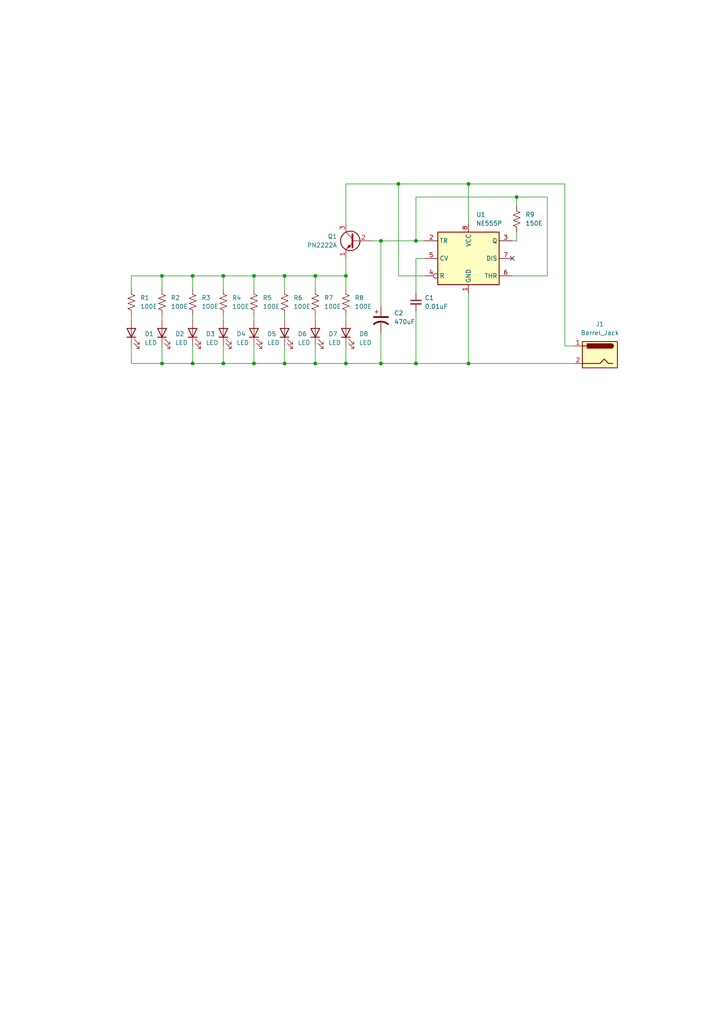
<source format=kicad_sch>
(kicad_sch (version 20230121) (generator eeschema)

  (uuid 52736958-81cb-43ac-b262-eb79bdab8aa4)

  (paper "A4" portrait)

  (title_block
    (title "Glowing Sunflower")
    (date "2023-09-20")
    (rev "1.0")
    (company "www.technomad.in")
  )

  (lib_symbols
    (symbol "Connector:Barrel_Jack" (pin_names (offset 1.016)) (in_bom yes) (on_board yes)
      (property "Reference" "J" (at 0 5.334 0)
        (effects (font (size 1.27 1.27)))
      )
      (property "Value" "Barrel_Jack" (at 0 -5.08 0)
        (effects (font (size 1.27 1.27)))
      )
      (property "Footprint" "" (at 1.27 -1.016 0)
        (effects (font (size 1.27 1.27)) hide)
      )
      (property "Datasheet" "~" (at 1.27 -1.016 0)
        (effects (font (size 1.27 1.27)) hide)
      )
      (property "ki_keywords" "DC power barrel jack connector" (at 0 0 0)
        (effects (font (size 1.27 1.27)) hide)
      )
      (property "ki_description" "DC Barrel Jack" (at 0 0 0)
        (effects (font (size 1.27 1.27)) hide)
      )
      (property "ki_fp_filters" "BarrelJack*" (at 0 0 0)
        (effects (font (size 1.27 1.27)) hide)
      )
      (symbol "Barrel_Jack_0_1"
        (rectangle (start -5.08 3.81) (end 5.08 -3.81)
          (stroke (width 0.254) (type default))
          (fill (type background))
        )
        (arc (start -3.302 3.175) (mid -3.9343 2.54) (end -3.302 1.905)
          (stroke (width 0.254) (type default))
          (fill (type none))
        )
        (arc (start -3.302 3.175) (mid -3.9343 2.54) (end -3.302 1.905)
          (stroke (width 0.254) (type default))
          (fill (type outline))
        )
        (polyline
          (pts
            (xy 5.08 2.54)
            (xy 3.81 2.54)
          )
          (stroke (width 0.254) (type default))
          (fill (type none))
        )
        (polyline
          (pts
            (xy -3.81 -2.54)
            (xy -2.54 -2.54)
            (xy -1.27 -1.27)
            (xy 0 -2.54)
            (xy 2.54 -2.54)
            (xy 5.08 -2.54)
          )
          (stroke (width 0.254) (type default))
          (fill (type none))
        )
        (rectangle (start 3.683 3.175) (end -3.302 1.905)
          (stroke (width 0.254) (type default))
          (fill (type outline))
        )
      )
      (symbol "Barrel_Jack_1_1"
        (pin passive line (at 7.62 2.54 180) (length 2.54)
          (name "~" (effects (font (size 1.27 1.27))))
          (number "1" (effects (font (size 1.27 1.27))))
        )
        (pin passive line (at 7.62 -2.54 180) (length 2.54)
          (name "~" (effects (font (size 1.27 1.27))))
          (number "2" (effects (font (size 1.27 1.27))))
        )
      )
    )
    (symbol "Device:C_Polarized_US" (pin_numbers hide) (pin_names (offset 0.254) hide) (in_bom yes) (on_board yes)
      (property "Reference" "C" (at 0.635 2.54 0)
        (effects (font (size 1.27 1.27)) (justify left))
      )
      (property "Value" "C_Polarized_US" (at 0.635 -2.54 0)
        (effects (font (size 1.27 1.27)) (justify left))
      )
      (property "Footprint" "" (at 0 0 0)
        (effects (font (size 1.27 1.27)) hide)
      )
      (property "Datasheet" "~" (at 0 0 0)
        (effects (font (size 1.27 1.27)) hide)
      )
      (property "ki_keywords" "cap capacitor" (at 0 0 0)
        (effects (font (size 1.27 1.27)) hide)
      )
      (property "ki_description" "Polarized capacitor, US symbol" (at 0 0 0)
        (effects (font (size 1.27 1.27)) hide)
      )
      (property "ki_fp_filters" "CP_*" (at 0 0 0)
        (effects (font (size 1.27 1.27)) hide)
      )
      (symbol "C_Polarized_US_0_1"
        (polyline
          (pts
            (xy -2.032 0.762)
            (xy 2.032 0.762)
          )
          (stroke (width 0.508) (type default))
          (fill (type none))
        )
        (polyline
          (pts
            (xy -1.778 2.286)
            (xy -0.762 2.286)
          )
          (stroke (width 0) (type default))
          (fill (type none))
        )
        (polyline
          (pts
            (xy -1.27 1.778)
            (xy -1.27 2.794)
          )
          (stroke (width 0) (type default))
          (fill (type none))
        )
        (arc (start 2.032 -1.27) (mid 0 -0.5572) (end -2.032 -1.27)
          (stroke (width 0.508) (type default))
          (fill (type none))
        )
      )
      (symbol "C_Polarized_US_1_1"
        (pin passive line (at 0 3.81 270) (length 2.794)
          (name "~" (effects (font (size 1.27 1.27))))
          (number "1" (effects (font (size 1.27 1.27))))
        )
        (pin passive line (at 0 -3.81 90) (length 3.302)
          (name "~" (effects (font (size 1.27 1.27))))
          (number "2" (effects (font (size 1.27 1.27))))
        )
      )
    )
    (symbol "Device:C_Small" (pin_numbers hide) (pin_names (offset 0.254) hide) (in_bom yes) (on_board yes)
      (property "Reference" "C" (at 0.254 1.778 0)
        (effects (font (size 1.27 1.27)) (justify left))
      )
      (property "Value" "C_Small" (at 0.254 -2.032 0)
        (effects (font (size 1.27 1.27)) (justify left))
      )
      (property "Footprint" "" (at 0 0 0)
        (effects (font (size 1.27 1.27)) hide)
      )
      (property "Datasheet" "~" (at 0 0 0)
        (effects (font (size 1.27 1.27)) hide)
      )
      (property "ki_keywords" "capacitor cap" (at 0 0 0)
        (effects (font (size 1.27 1.27)) hide)
      )
      (property "ki_description" "Unpolarized capacitor, small symbol" (at 0 0 0)
        (effects (font (size 1.27 1.27)) hide)
      )
      (property "ki_fp_filters" "C_*" (at 0 0 0)
        (effects (font (size 1.27 1.27)) hide)
      )
      (symbol "C_Small_0_1"
        (polyline
          (pts
            (xy -1.524 -0.508)
            (xy 1.524 -0.508)
          )
          (stroke (width 0.3302) (type default))
          (fill (type none))
        )
        (polyline
          (pts
            (xy -1.524 0.508)
            (xy 1.524 0.508)
          )
          (stroke (width 0.3048) (type default))
          (fill (type none))
        )
      )
      (symbol "C_Small_1_1"
        (pin passive line (at 0 2.54 270) (length 2.032)
          (name "~" (effects (font (size 1.27 1.27))))
          (number "1" (effects (font (size 1.27 1.27))))
        )
        (pin passive line (at 0 -2.54 90) (length 2.032)
          (name "~" (effects (font (size 1.27 1.27))))
          (number "2" (effects (font (size 1.27 1.27))))
        )
      )
    )
    (symbol "Device:LED" (pin_numbers hide) (pin_names (offset 1.016) hide) (in_bom yes) (on_board yes)
      (property "Reference" "D" (at 0 2.54 0)
        (effects (font (size 1.27 1.27)))
      )
      (property "Value" "LED" (at 0 -2.54 0)
        (effects (font (size 1.27 1.27)))
      )
      (property "Footprint" "" (at 0 0 0)
        (effects (font (size 1.27 1.27)) hide)
      )
      (property "Datasheet" "~" (at 0 0 0)
        (effects (font (size 1.27 1.27)) hide)
      )
      (property "ki_keywords" "LED diode" (at 0 0 0)
        (effects (font (size 1.27 1.27)) hide)
      )
      (property "ki_description" "Light emitting diode" (at 0 0 0)
        (effects (font (size 1.27 1.27)) hide)
      )
      (property "ki_fp_filters" "LED* LED_SMD:* LED_THT:*" (at 0 0 0)
        (effects (font (size 1.27 1.27)) hide)
      )
      (symbol "LED_0_1"
        (polyline
          (pts
            (xy -1.27 -1.27)
            (xy -1.27 1.27)
          )
          (stroke (width 0.254) (type default))
          (fill (type none))
        )
        (polyline
          (pts
            (xy -1.27 0)
            (xy 1.27 0)
          )
          (stroke (width 0) (type default))
          (fill (type none))
        )
        (polyline
          (pts
            (xy 1.27 -1.27)
            (xy 1.27 1.27)
            (xy -1.27 0)
            (xy 1.27 -1.27)
          )
          (stroke (width 0.254) (type default))
          (fill (type none))
        )
        (polyline
          (pts
            (xy -3.048 -0.762)
            (xy -4.572 -2.286)
            (xy -3.81 -2.286)
            (xy -4.572 -2.286)
            (xy -4.572 -1.524)
          )
          (stroke (width 0) (type default))
          (fill (type none))
        )
        (polyline
          (pts
            (xy -1.778 -0.762)
            (xy -3.302 -2.286)
            (xy -2.54 -2.286)
            (xy -3.302 -2.286)
            (xy -3.302 -1.524)
          )
          (stroke (width 0) (type default))
          (fill (type none))
        )
      )
      (symbol "LED_1_1"
        (pin passive line (at -3.81 0 0) (length 2.54)
          (name "K" (effects (font (size 1.27 1.27))))
          (number "1" (effects (font (size 1.27 1.27))))
        )
        (pin passive line (at 3.81 0 180) (length 2.54)
          (name "A" (effects (font (size 1.27 1.27))))
          (number "2" (effects (font (size 1.27 1.27))))
        )
      )
    )
    (symbol "Device:R_US" (pin_numbers hide) (pin_names (offset 0)) (in_bom yes) (on_board yes)
      (property "Reference" "R" (at 2.54 0 90)
        (effects (font (size 1.27 1.27)))
      )
      (property "Value" "R_US" (at -2.54 0 90)
        (effects (font (size 1.27 1.27)))
      )
      (property "Footprint" "" (at 1.016 -0.254 90)
        (effects (font (size 1.27 1.27)) hide)
      )
      (property "Datasheet" "~" (at 0 0 0)
        (effects (font (size 1.27 1.27)) hide)
      )
      (property "ki_keywords" "R res resistor" (at 0 0 0)
        (effects (font (size 1.27 1.27)) hide)
      )
      (property "ki_description" "Resistor, US symbol" (at 0 0 0)
        (effects (font (size 1.27 1.27)) hide)
      )
      (property "ki_fp_filters" "R_*" (at 0 0 0)
        (effects (font (size 1.27 1.27)) hide)
      )
      (symbol "R_US_0_1"
        (polyline
          (pts
            (xy 0 -2.286)
            (xy 0 -2.54)
          )
          (stroke (width 0) (type default))
          (fill (type none))
        )
        (polyline
          (pts
            (xy 0 2.286)
            (xy 0 2.54)
          )
          (stroke (width 0) (type default))
          (fill (type none))
        )
        (polyline
          (pts
            (xy 0 -0.762)
            (xy 1.016 -1.143)
            (xy 0 -1.524)
            (xy -1.016 -1.905)
            (xy 0 -2.286)
          )
          (stroke (width 0) (type default))
          (fill (type none))
        )
        (polyline
          (pts
            (xy 0 0.762)
            (xy 1.016 0.381)
            (xy 0 0)
            (xy -1.016 -0.381)
            (xy 0 -0.762)
          )
          (stroke (width 0) (type default))
          (fill (type none))
        )
        (polyline
          (pts
            (xy 0 2.286)
            (xy 1.016 1.905)
            (xy 0 1.524)
            (xy -1.016 1.143)
            (xy 0 0.762)
          )
          (stroke (width 0) (type default))
          (fill (type none))
        )
      )
      (symbol "R_US_1_1"
        (pin passive line (at 0 3.81 270) (length 1.27)
          (name "~" (effects (font (size 1.27 1.27))))
          (number "1" (effects (font (size 1.27 1.27))))
        )
        (pin passive line (at 0 -3.81 90) (length 1.27)
          (name "~" (effects (font (size 1.27 1.27))))
          (number "2" (effects (font (size 1.27 1.27))))
        )
      )
    )
    (symbol "Timer:NE555P" (in_bom yes) (on_board yes)
      (property "Reference" "U" (at -10.16 8.89 0)
        (effects (font (size 1.27 1.27)) (justify left))
      )
      (property "Value" "NE555P" (at 2.54 8.89 0)
        (effects (font (size 1.27 1.27)) (justify left))
      )
      (property "Footprint" "Package_DIP:DIP-8_W7.62mm" (at 16.51 -10.16 0)
        (effects (font (size 1.27 1.27)) hide)
      )
      (property "Datasheet" "http://www.ti.com/lit/ds/symlink/ne555.pdf" (at 21.59 -10.16 0)
        (effects (font (size 1.27 1.27)) hide)
      )
      (property "ki_keywords" "single timer 555" (at 0 0 0)
        (effects (font (size 1.27 1.27)) hide)
      )
      (property "ki_description" "Precision Timers, 555 compatible,  PDIP-8" (at 0 0 0)
        (effects (font (size 1.27 1.27)) hide)
      )
      (property "ki_fp_filters" "DIP*W7.62mm*" (at 0 0 0)
        (effects (font (size 1.27 1.27)) hide)
      )
      (symbol "NE555P_0_0"
        (pin power_in line (at 0 -10.16 90) (length 2.54)
          (name "GND" (effects (font (size 1.27 1.27))))
          (number "1" (effects (font (size 1.27 1.27))))
        )
        (pin power_in line (at 0 10.16 270) (length 2.54)
          (name "VCC" (effects (font (size 1.27 1.27))))
          (number "8" (effects (font (size 1.27 1.27))))
        )
      )
      (symbol "NE555P_0_1"
        (rectangle (start -8.89 -7.62) (end 8.89 7.62)
          (stroke (width 0.254) (type default))
          (fill (type background))
        )
        (rectangle (start -8.89 -7.62) (end 8.89 7.62)
          (stroke (width 0.254) (type default))
          (fill (type background))
        )
      )
      (symbol "NE555P_1_1"
        (pin input line (at -12.7 5.08 0) (length 3.81)
          (name "TR" (effects (font (size 1.27 1.27))))
          (number "2" (effects (font (size 1.27 1.27))))
        )
        (pin output line (at 12.7 5.08 180) (length 3.81)
          (name "Q" (effects (font (size 1.27 1.27))))
          (number "3" (effects (font (size 1.27 1.27))))
        )
        (pin input inverted (at -12.7 -5.08 0) (length 3.81)
          (name "R" (effects (font (size 1.27 1.27))))
          (number "4" (effects (font (size 1.27 1.27))))
        )
        (pin input line (at -12.7 0 0) (length 3.81)
          (name "CV" (effects (font (size 1.27 1.27))))
          (number "5" (effects (font (size 1.27 1.27))))
        )
        (pin input line (at 12.7 -5.08 180) (length 3.81)
          (name "THR" (effects (font (size 1.27 1.27))))
          (number "6" (effects (font (size 1.27 1.27))))
        )
        (pin input line (at 12.7 0 180) (length 3.81)
          (name "DIS" (effects (font (size 1.27 1.27))))
          (number "7" (effects (font (size 1.27 1.27))))
        )
      )
    )
    (symbol "Transistor_BJT:PN2222A" (pin_names (offset 0) hide) (in_bom yes) (on_board yes)
      (property "Reference" "Q" (at 5.08 1.905 0)
        (effects (font (size 1.27 1.27)) (justify left))
      )
      (property "Value" "PN2222A" (at 5.08 0 0)
        (effects (font (size 1.27 1.27)) (justify left))
      )
      (property "Footprint" "Package_TO_SOT_THT:TO-92_Inline" (at 5.08 -1.905 0)
        (effects (font (size 1.27 1.27) italic) (justify left) hide)
      )
      (property "Datasheet" "https://www.onsemi.com/pub/Collateral/PN2222-D.PDF" (at 0 0 0)
        (effects (font (size 1.27 1.27)) (justify left) hide)
      )
      (property "ki_keywords" "NPN Transistor" (at 0 0 0)
        (effects (font (size 1.27 1.27)) hide)
      )
      (property "ki_description" "1A Ic, 40V Vce, NPN Transistor, General Purpose Transistor, TO-92" (at 0 0 0)
        (effects (font (size 1.27 1.27)) hide)
      )
      (property "ki_fp_filters" "TO?92*" (at 0 0 0)
        (effects (font (size 1.27 1.27)) hide)
      )
      (symbol "PN2222A_0_1"
        (polyline
          (pts
            (xy 0 0)
            (xy 0.635 0)
          )
          (stroke (width 0) (type default))
          (fill (type none))
        )
        (polyline
          (pts
            (xy 2.54 -2.54)
            (xy 0.635 -0.635)
          )
          (stroke (width 0) (type default))
          (fill (type none))
        )
        (polyline
          (pts
            (xy 2.54 2.54)
            (xy 0.635 0.635)
          )
          (stroke (width 0) (type default))
          (fill (type none))
        )
        (polyline
          (pts
            (xy 0.635 1.905)
            (xy 0.635 -1.905)
            (xy 0.635 -1.905)
          )
          (stroke (width 0.508) (type default))
          (fill (type none))
        )
        (polyline
          (pts
            (xy 2.413 -2.413)
            (xy 1.905 -1.905)
            (xy 1.905 -1.905)
          )
          (stroke (width 0) (type default))
          (fill (type none))
        )
        (polyline
          (pts
            (xy 1.143 -1.651)
            (xy 1.651 -1.143)
            (xy 2.159 -2.159)
            (xy 1.143 -1.651)
            (xy 1.143 -1.651)
          )
          (stroke (width 0) (type default))
          (fill (type outline))
        )
        (circle (center 1.27 0) (radius 2.8194)
          (stroke (width 0.254) (type default))
          (fill (type none))
        )
      )
      (symbol "PN2222A_1_1"
        (pin passive line (at 2.54 -5.08 90) (length 2.54)
          (name "E" (effects (font (size 1.27 1.27))))
          (number "1" (effects (font (size 1.27 1.27))))
        )
        (pin input line (at -5.08 0 0) (length 5.08)
          (name "B" (effects (font (size 1.27 1.27))))
          (number "2" (effects (font (size 1.27 1.27))))
        )
        (pin passive line (at 2.54 5.08 270) (length 2.54)
          (name "C" (effects (font (size 1.27 1.27))))
          (number "3" (effects (font (size 1.27 1.27))))
        )
      )
    )
  )

  (junction (at 100.33 80.01) (diameter 0) (color 0 0 0 0)
    (uuid 0f2fde6e-cb38-4699-bde3-3113ec91aefb)
  )
  (junction (at 135.89 105.41) (diameter 0) (color 0 0 0 0)
    (uuid 1c62c732-e44f-4be1-b4de-0fb70bc8a6c8)
  )
  (junction (at 120.65 69.85) (diameter 0) (color 0 0 0 0)
    (uuid 2fcfb52a-1cc9-4454-9402-bd5f746f2a88)
  )
  (junction (at 73.66 105.41) (diameter 0) (color 0 0 0 0)
    (uuid 31aea6ff-4c6b-4f02-8aff-d3e51e0eb9f6)
  )
  (junction (at 110.49 69.85) (diameter 0) (color 0 0 0 0)
    (uuid 32cee00a-8af2-4301-ad9f-99a5a35b7533)
  )
  (junction (at 64.77 80.01) (diameter 0) (color 0 0 0 0)
    (uuid 428b09d3-733c-44ee-84cc-53a79929e115)
  )
  (junction (at 82.55 80.01) (diameter 0) (color 0 0 0 0)
    (uuid 6e2024e5-5ace-4469-8b44-ca4d1861f7e1)
  )
  (junction (at 55.88 105.41) (diameter 0) (color 0 0 0 0)
    (uuid 818af5a5-ec9b-4c0e-bbaf-34112261a6ab)
  )
  (junction (at 115.57 53.34) (diameter 0) (color 0 0 0 0)
    (uuid 9aca7872-86db-41a0-965b-b6e24c75b839)
  )
  (junction (at 149.86 57.15) (diameter 0) (color 0 0 0 0)
    (uuid 9f5e8d62-611a-43df-a795-a12ccf383818)
  )
  (junction (at 110.49 105.41) (diameter 0) (color 0 0 0 0)
    (uuid a3414d3b-8111-4a05-94a7-5c52b8f02583)
  )
  (junction (at 46.99 80.01) (diameter 0) (color 0 0 0 0)
    (uuid a4db86fc-b2db-4f8a-9a44-db3bcbc416fc)
  )
  (junction (at 73.66 80.01) (diameter 0) (color 0 0 0 0)
    (uuid a51e01fb-9621-4e9f-bb69-9ce4e3e98e65)
  )
  (junction (at 64.77 105.41) (diameter 0) (color 0 0 0 0)
    (uuid aa0973f1-3046-4c16-af49-38023a67b973)
  )
  (junction (at 91.44 105.41) (diameter 0) (color 0 0 0 0)
    (uuid b919fd04-00e5-4f5c-bd6e-964dcd01063a)
  )
  (junction (at 82.55 105.41) (diameter 0) (color 0 0 0 0)
    (uuid b91e11f3-7dc3-4d43-ae8a-df5746eefd2e)
  )
  (junction (at 55.88 80.01) (diameter 0) (color 0 0 0 0)
    (uuid c1492284-aa87-4313-b3b2-0b787a135f20)
  )
  (junction (at 135.89 53.34) (diameter 0) (color 0 0 0 0)
    (uuid d4dc14b8-f8c1-4fb6-972f-504e21e51f6f)
  )
  (junction (at 46.99 105.41) (diameter 0) (color 0 0 0 0)
    (uuid e5e79bd7-c66a-4d4f-95e2-42868c45997b)
  )
  (junction (at 91.44 80.01) (diameter 0) (color 0 0 0 0)
    (uuid e7ace4c4-e7d9-45fb-9a0b-ccfc805b901c)
  )
  (junction (at 120.65 105.41) (diameter 0) (color 0 0 0 0)
    (uuid ec75a748-85b0-4d84-89c6-2d0da3c9a374)
  )
  (junction (at 100.33 105.41) (diameter 0) (color 0 0 0 0)
    (uuid f07bda54-e4d8-4fc0-b89d-bb5f644d1c9b)
  )

  (no_connect (at 148.59 74.93) (uuid 790d884e-743c-48ac-ab57-89b4d1860a7f))

  (wire (pts (xy 64.77 105.41) (xy 73.66 105.41))
    (stroke (width 0) (type default))
    (uuid 0130e08e-e033-4374-bd2b-29ff4f26faa6)
  )
  (wire (pts (xy 135.89 105.41) (xy 135.89 85.09))
    (stroke (width 0) (type default))
    (uuid 027587ea-93e9-4686-a89c-714eb7cb7a0f)
  )
  (wire (pts (xy 148.59 80.01) (xy 158.75 80.01))
    (stroke (width 0) (type default))
    (uuid 02d11e05-f97f-402d-be58-3e2dde115c88)
  )
  (wire (pts (xy 55.88 100.33) (xy 55.88 105.41))
    (stroke (width 0) (type default))
    (uuid 03432192-6dd6-4554-882a-a893e2908741)
  )
  (wire (pts (xy 115.57 53.34) (xy 135.89 53.34))
    (stroke (width 0) (type default))
    (uuid 08172684-9426-49e2-8854-ea37cb7b2197)
  )
  (wire (pts (xy 110.49 69.85) (xy 120.65 69.85))
    (stroke (width 0) (type default))
    (uuid 08655c2b-259b-488e-8796-942049c58ab3)
  )
  (wire (pts (xy 82.55 100.33) (xy 82.55 105.41))
    (stroke (width 0) (type default))
    (uuid 100c76da-57f7-4ac8-85f0-55ebcce6d6d2)
  )
  (wire (pts (xy 120.65 57.15) (xy 120.65 69.85))
    (stroke (width 0) (type default))
    (uuid 10180a88-82bd-48ab-8df8-801ec7353f23)
  )
  (wire (pts (xy 82.55 105.41) (xy 91.44 105.41))
    (stroke (width 0) (type default))
    (uuid 181f9d07-079a-4f81-8e12-b06e7c4be2bc)
  )
  (wire (pts (xy 163.83 100.33) (xy 163.83 53.34))
    (stroke (width 0) (type default))
    (uuid 1873910d-eee9-4572-8315-4b60310320d5)
  )
  (wire (pts (xy 158.75 80.01) (xy 158.75 57.15))
    (stroke (width 0) (type default))
    (uuid 1a87bc8b-33ef-471c-8fb1-27cc8b481922)
  )
  (wire (pts (xy 135.89 53.34) (xy 163.83 53.34))
    (stroke (width 0) (type default))
    (uuid 1c514653-c127-4ad8-9977-73236fbdbebf)
  )
  (wire (pts (xy 64.77 92.71) (xy 64.77 91.44))
    (stroke (width 0) (type default))
    (uuid 20bf774c-e864-47f3-b062-1229831289d7)
  )
  (wire (pts (xy 55.88 80.01) (xy 64.77 80.01))
    (stroke (width 0) (type default))
    (uuid 232cad19-a898-4f88-8e54-6d59526eb17c)
  )
  (wire (pts (xy 149.86 67.31) (xy 149.86 69.85))
    (stroke (width 0) (type default))
    (uuid 281edb44-d2c1-4095-b9f9-0cadb777f39a)
  )
  (wire (pts (xy 149.86 69.85) (xy 148.59 69.85))
    (stroke (width 0) (type default))
    (uuid 2a5c017f-5a83-40c7-86a8-f0fb5cb1bb35)
  )
  (wire (pts (xy 46.99 80.01) (xy 55.88 80.01))
    (stroke (width 0) (type default))
    (uuid 2f22aacc-bba6-4439-8a85-bdd2f20ccce6)
  )
  (wire (pts (xy 135.89 64.77) (xy 135.89 53.34))
    (stroke (width 0) (type default))
    (uuid 2fd8e692-1ad1-4416-90c5-0ba7c2fbfd54)
  )
  (wire (pts (xy 120.65 69.85) (xy 123.19 69.85))
    (stroke (width 0) (type default))
    (uuid 3122be5b-d07c-4dce-8e37-1303e82d0585)
  )
  (wire (pts (xy 91.44 80.01) (xy 91.44 83.82))
    (stroke (width 0) (type default))
    (uuid 31cc8ebd-c9af-4661-afdc-30bfb729952f)
  )
  (wire (pts (xy 38.1 83.82) (xy 38.1 80.01))
    (stroke (width 0) (type default))
    (uuid 32d011ba-3409-4d03-b7c6-00752ad29020)
  )
  (wire (pts (xy 100.33 105.41) (xy 110.49 105.41))
    (stroke (width 0) (type default))
    (uuid 32d206d4-dc4c-41fc-85d4-f35e4f6ac5d7)
  )
  (wire (pts (xy 120.65 105.41) (xy 135.89 105.41))
    (stroke (width 0) (type default))
    (uuid 32def9d9-5a68-4aef-8816-f623b24a7187)
  )
  (wire (pts (xy 82.55 80.01) (xy 91.44 80.01))
    (stroke (width 0) (type default))
    (uuid 343b4b27-4960-4a4e-8b8e-393a2f3f5ef3)
  )
  (wire (pts (xy 123.19 80.01) (xy 115.57 80.01))
    (stroke (width 0) (type default))
    (uuid 35cb8a23-df18-4974-b318-378e34f5a601)
  )
  (wire (pts (xy 73.66 100.33) (xy 73.66 105.41))
    (stroke (width 0) (type default))
    (uuid 49395457-1bf8-4147-bcfb-b6f091cb4f99)
  )
  (wire (pts (xy 149.86 57.15) (xy 149.86 59.69))
    (stroke (width 0) (type default))
    (uuid 4b099d24-c36d-4d95-8f93-5254f5a04e9e)
  )
  (wire (pts (xy 46.99 92.71) (xy 46.99 91.44))
    (stroke (width 0) (type default))
    (uuid 4e2d51f1-2ca4-4cea-9f99-bd521973f142)
  )
  (wire (pts (xy 110.49 69.85) (xy 110.49 88.9))
    (stroke (width 0) (type default))
    (uuid 4f53f2ae-dc74-45de-93ee-1657a12dd0d0)
  )
  (wire (pts (xy 38.1 92.71) (xy 38.1 91.44))
    (stroke (width 0) (type default))
    (uuid 5e3e9bc1-4c6c-4dc2-b9df-d1d90eef177c)
  )
  (wire (pts (xy 110.49 96.52) (xy 110.49 105.41))
    (stroke (width 0) (type default))
    (uuid 5e9a2b1a-1a2f-4831-9d21-660c0b7d8a69)
  )
  (wire (pts (xy 120.65 74.93) (xy 123.19 74.93))
    (stroke (width 0) (type default))
    (uuid 5fd92632-d52a-4f9b-8c84-1fc3229df4e6)
  )
  (wire (pts (xy 82.55 92.71) (xy 82.55 91.44))
    (stroke (width 0) (type default))
    (uuid 6a8885d9-7eb1-4415-b44d-485e6683eb01)
  )
  (wire (pts (xy 46.99 80.01) (xy 46.99 83.82))
    (stroke (width 0) (type default))
    (uuid 6d7ffe85-1627-469d-ac47-3fd3c95e8ad4)
  )
  (wire (pts (xy 38.1 80.01) (xy 46.99 80.01))
    (stroke (width 0) (type default))
    (uuid 704ea7c7-e5e0-443e-885d-2525f173a544)
  )
  (wire (pts (xy 107.95 69.85) (xy 110.49 69.85))
    (stroke (width 0) (type default))
    (uuid 7b4e216f-f450-4ca9-9c59-c5e1dafc9886)
  )
  (wire (pts (xy 100.33 92.71) (xy 100.33 91.44))
    (stroke (width 0) (type default))
    (uuid 7fc29c1d-5a0a-4a1b-a369-a412fb2246e4)
  )
  (wire (pts (xy 100.33 74.93) (xy 100.33 80.01))
    (stroke (width 0) (type default))
    (uuid 7fd4fb13-0c9a-423e-8b18-a900ad737533)
  )
  (wire (pts (xy 64.77 100.33) (xy 64.77 105.41))
    (stroke (width 0) (type default))
    (uuid 8039765c-1d21-4354-ae10-a6dbb36020f6)
  )
  (wire (pts (xy 149.86 57.15) (xy 120.65 57.15))
    (stroke (width 0) (type default))
    (uuid 8fc5018a-3d50-4550-a90b-33880549d39e)
  )
  (wire (pts (xy 38.1 100.33) (xy 38.1 105.41))
    (stroke (width 0) (type default))
    (uuid 90d91f1c-9b7a-4b19-b1fe-40cb6287e655)
  )
  (wire (pts (xy 64.77 80.01) (xy 64.77 83.82))
    (stroke (width 0) (type default))
    (uuid 9170706b-23ab-470c-8238-7e2669b6d251)
  )
  (wire (pts (xy 158.75 57.15) (xy 149.86 57.15))
    (stroke (width 0) (type default))
    (uuid 91fe4cc8-a97a-45c6-b3ff-7964a85603fc)
  )
  (wire (pts (xy 46.99 105.41) (xy 55.88 105.41))
    (stroke (width 0) (type default))
    (uuid 93918537-e3bf-4e7e-8ccf-c60343dbc35c)
  )
  (wire (pts (xy 55.88 92.71) (xy 55.88 91.44))
    (stroke (width 0) (type default))
    (uuid 93f87cbe-b9b3-42b8-8a2f-d712d84033ff)
  )
  (wire (pts (xy 46.99 100.33) (xy 46.99 105.41))
    (stroke (width 0) (type default))
    (uuid 98659b2d-45ce-4298-900a-ed3822fe99ec)
  )
  (wire (pts (xy 91.44 80.01) (xy 100.33 80.01))
    (stroke (width 0) (type default))
    (uuid 9be7dced-7953-4165-b3d3-e5cbda44b077)
  )
  (wire (pts (xy 100.33 100.33) (xy 100.33 105.41))
    (stroke (width 0) (type default))
    (uuid a33827f8-fda8-476a-909c-e4228a1ab5b6)
  )
  (wire (pts (xy 73.66 80.01) (xy 82.55 80.01))
    (stroke (width 0) (type default))
    (uuid ab1252d2-91b1-4ecb-9705-440dfb2a174e)
  )
  (wire (pts (xy 110.49 105.41) (xy 120.65 105.41))
    (stroke (width 0) (type default))
    (uuid aeaae11b-b3b2-4bc6-847e-9a2a928e3e84)
  )
  (wire (pts (xy 55.88 80.01) (xy 55.88 83.82))
    (stroke (width 0) (type default))
    (uuid b3e4502c-9945-47c8-bed4-9637e0089bfa)
  )
  (wire (pts (xy 91.44 100.33) (xy 91.44 105.41))
    (stroke (width 0) (type default))
    (uuid b5b22eda-8758-48e3-8c0d-55fc3f3c8b01)
  )
  (wire (pts (xy 115.57 80.01) (xy 115.57 53.34))
    (stroke (width 0) (type default))
    (uuid b754143f-7f83-47f8-9f49-adeb41a63997)
  )
  (wire (pts (xy 91.44 92.71) (xy 91.44 91.44))
    (stroke (width 0) (type default))
    (uuid c0bf48dc-fc1a-4a5e-9e61-27dc684719bd)
  )
  (wire (pts (xy 55.88 105.41) (xy 64.77 105.41))
    (stroke (width 0) (type default))
    (uuid c4c47e2d-2285-489b-8537-e8fd7f929356)
  )
  (wire (pts (xy 82.55 80.01) (xy 82.55 83.82))
    (stroke (width 0) (type default))
    (uuid c4da5910-9efd-4f20-8d06-99ad810c6de5)
  )
  (wire (pts (xy 163.83 100.33) (xy 166.37 100.33))
    (stroke (width 0) (type default))
    (uuid ced7aca2-a865-49d2-b833-74245ee0e084)
  )
  (wire (pts (xy 73.66 80.01) (xy 73.66 83.82))
    (stroke (width 0) (type default))
    (uuid d40b630e-1064-4c0a-a556-f9758265f87e)
  )
  (wire (pts (xy 91.44 105.41) (xy 100.33 105.41))
    (stroke (width 0) (type default))
    (uuid dae80935-6183-438d-99ba-a42cca2f31b3)
  )
  (wire (pts (xy 120.65 90.17) (xy 120.65 105.41))
    (stroke (width 0) (type default))
    (uuid db211806-ecc9-4bb6-81c0-06074838f781)
  )
  (wire (pts (xy 100.33 80.01) (xy 100.33 83.82))
    (stroke (width 0) (type default))
    (uuid dc18f76e-64a0-493b-a5e0-24ce2a4670fb)
  )
  (wire (pts (xy 73.66 92.71) (xy 73.66 91.44))
    (stroke (width 0) (type default))
    (uuid dc4aa416-bddc-4a81-a550-f9e3d0339e24)
  )
  (wire (pts (xy 120.65 85.09) (xy 120.65 74.93))
    (stroke (width 0) (type default))
    (uuid dfca47f7-2bfc-4254-9c48-98e24974fb30)
  )
  (wire (pts (xy 73.66 105.41) (xy 82.55 105.41))
    (stroke (width 0) (type default))
    (uuid e2f736ac-71a5-4d25-9333-25dc9f4b2733)
  )
  (wire (pts (xy 64.77 80.01) (xy 73.66 80.01))
    (stroke (width 0) (type default))
    (uuid ee007e42-72a2-4033-832d-741ed5e283b6)
  )
  (wire (pts (xy 100.33 53.34) (xy 115.57 53.34))
    (stroke (width 0) (type default))
    (uuid eeec0371-d965-4006-ab4f-1f7ab2e51c46)
  )
  (wire (pts (xy 135.89 105.41) (xy 166.37 105.41))
    (stroke (width 0) (type default))
    (uuid f358f302-a540-435a-82b7-cf322ca788bf)
  )
  (wire (pts (xy 100.33 53.34) (xy 100.33 64.77))
    (stroke (width 0) (type default))
    (uuid fc507657-a93f-4492-acf1-7d6f2f8f5e56)
  )
  (wire (pts (xy 38.1 105.41) (xy 46.99 105.41))
    (stroke (width 0) (type default))
    (uuid fd166ecd-a813-4a75-92de-292e7998368d)
  )

  (symbol (lib_id "Device:R_US") (at 73.66 87.63 0) (unit 1)
    (in_bom yes) (on_board yes) (dnp no) (fields_autoplaced)
    (uuid 037557f0-d906-425d-8469-3db7a96b97df)
    (property "Reference" "R5" (at 76.2 86.36 0)
      (effects (font (size 1.27 1.27)) (justify left))
    )
    (property "Value" "100E" (at 76.2 88.9 0)
      (effects (font (size 1.27 1.27)) (justify left))
    )
    (property "Footprint" "" (at 74.676 87.884 90)
      (effects (font (size 1.27 1.27)) hide)
    )
    (property "Datasheet" "~" (at 73.66 87.63 0)
      (effects (font (size 1.27 1.27)) hide)
    )
    (pin "1" (uuid 5242a95f-d9cf-4045-b97d-e5ab5a61d482))
    (pin "2" (uuid 64502dd5-46c8-4dd6-98e4-706d710b1cf3))
    (instances
      (project "glowing-sunflower"
        (path "/52736958-81cb-43ac-b262-eb79bdab8aa4"
          (reference "R5") (unit 1)
        )
      )
    )
  )

  (symbol (lib_id "Device:LED") (at 82.55 96.52 90) (unit 1)
    (in_bom yes) (on_board yes) (dnp no) (fields_autoplaced)
    (uuid 14cd85f8-3e4b-4037-b385-5051fe559031)
    (property "Reference" "D6" (at 86.36 96.8375 90)
      (effects (font (size 1.27 1.27)) (justify right))
    )
    (property "Value" "LED" (at 86.36 99.3775 90)
      (effects (font (size 1.27 1.27)) (justify right))
    )
    (property "Footprint" "" (at 82.55 96.52 0)
      (effects (font (size 1.27 1.27)) hide)
    )
    (property "Datasheet" "~" (at 82.55 96.52 0)
      (effects (font (size 1.27 1.27)) hide)
    )
    (pin "1" (uuid e7289d3c-f40f-43b7-afb8-6c2ca3d6fdce))
    (pin "2" (uuid fddb11f5-6af2-4455-a00b-6cd742fb5ca2))
    (instances
      (project "glowing-sunflower"
        (path "/52736958-81cb-43ac-b262-eb79bdab8aa4"
          (reference "D6") (unit 1)
        )
      )
    )
  )

  (symbol (lib_id "Device:R_US") (at 91.44 87.63 0) (unit 1)
    (in_bom yes) (on_board yes) (dnp no) (fields_autoplaced)
    (uuid 15db3a3c-b8f0-4aff-aecc-a3340cc961b9)
    (property "Reference" "R7" (at 93.98 86.36 0)
      (effects (font (size 1.27 1.27)) (justify left))
    )
    (property "Value" "100E" (at 93.98 88.9 0)
      (effects (font (size 1.27 1.27)) (justify left))
    )
    (property "Footprint" "" (at 92.456 87.884 90)
      (effects (font (size 1.27 1.27)) hide)
    )
    (property "Datasheet" "~" (at 91.44 87.63 0)
      (effects (font (size 1.27 1.27)) hide)
    )
    (pin "1" (uuid fffd2d9b-338f-4997-836c-264578d0d96c))
    (pin "2" (uuid 7d075201-3844-452e-94c7-d980ffe37e34))
    (instances
      (project "glowing-sunflower"
        (path "/52736958-81cb-43ac-b262-eb79bdab8aa4"
          (reference "R7") (unit 1)
        )
      )
    )
  )

  (symbol (lib_id "Device:R_US") (at 55.88 87.63 0) (unit 1)
    (in_bom yes) (on_board yes) (dnp no) (fields_autoplaced)
    (uuid 25b2e5e7-b6a7-4d39-97de-8f8164a40acb)
    (property "Reference" "R3" (at 58.42 86.36 0)
      (effects (font (size 1.27 1.27)) (justify left))
    )
    (property "Value" "100E" (at 58.42 88.9 0)
      (effects (font (size 1.27 1.27)) (justify left))
    )
    (property "Footprint" "" (at 56.896 87.884 90)
      (effects (font (size 1.27 1.27)) hide)
    )
    (property "Datasheet" "~" (at 55.88 87.63 0)
      (effects (font (size 1.27 1.27)) hide)
    )
    (pin "1" (uuid 5ddeb716-9249-47d9-9774-4fc1433634a6))
    (pin "2" (uuid ba9a7bb5-3ced-47bb-8199-650ee009fd15))
    (instances
      (project "glowing-sunflower"
        (path "/52736958-81cb-43ac-b262-eb79bdab8aa4"
          (reference "R3") (unit 1)
        )
      )
    )
  )

  (symbol (lib_id "Device:R_US") (at 64.77 87.63 0) (unit 1)
    (in_bom yes) (on_board yes) (dnp no) (fields_autoplaced)
    (uuid 294323a2-054e-431b-86e5-48dcd4c857f6)
    (property "Reference" "R4" (at 67.31 86.36 0)
      (effects (font (size 1.27 1.27)) (justify left))
    )
    (property "Value" "100E" (at 67.31 88.9 0)
      (effects (font (size 1.27 1.27)) (justify left))
    )
    (property "Footprint" "" (at 65.786 87.884 90)
      (effects (font (size 1.27 1.27)) hide)
    )
    (property "Datasheet" "~" (at 64.77 87.63 0)
      (effects (font (size 1.27 1.27)) hide)
    )
    (pin "1" (uuid f267951d-b6ec-48be-bfef-9a99a8694a55))
    (pin "2" (uuid 648b44cf-376a-46ee-b832-9a56bee6f77a))
    (instances
      (project "glowing-sunflower"
        (path "/52736958-81cb-43ac-b262-eb79bdab8aa4"
          (reference "R4") (unit 1)
        )
      )
    )
  )

  (symbol (lib_id "Device:LED") (at 64.77 96.52 90) (unit 1)
    (in_bom yes) (on_board yes) (dnp no) (fields_autoplaced)
    (uuid 48cb0261-8a9f-41e7-98c1-64ca03d95f2c)
    (property "Reference" "D4" (at 68.58 96.8375 90)
      (effects (font (size 1.27 1.27)) (justify right))
    )
    (property "Value" "LED" (at 68.58 99.3775 90)
      (effects (font (size 1.27 1.27)) (justify right))
    )
    (property "Footprint" "" (at 64.77 96.52 0)
      (effects (font (size 1.27 1.27)) hide)
    )
    (property "Datasheet" "~" (at 64.77 96.52 0)
      (effects (font (size 1.27 1.27)) hide)
    )
    (pin "1" (uuid a08a524f-752f-401d-a52e-07f890ae85e3))
    (pin "2" (uuid 063371f4-2140-4d18-a324-4194a7b6a263))
    (instances
      (project "glowing-sunflower"
        (path "/52736958-81cb-43ac-b262-eb79bdab8aa4"
          (reference "D4") (unit 1)
        )
      )
    )
  )

  (symbol (lib_id "Device:R_US") (at 149.86 63.5 0) (unit 1)
    (in_bom yes) (on_board yes) (dnp no) (fields_autoplaced)
    (uuid 5d02d591-0003-4c3a-9397-048e69e30b46)
    (property "Reference" "R9" (at 152.4 62.23 0)
      (effects (font (size 1.27 1.27)) (justify left))
    )
    (property "Value" "150E" (at 152.4 64.77 0)
      (effects (font (size 1.27 1.27)) (justify left))
    )
    (property "Footprint" "" (at 150.876 63.754 90)
      (effects (font (size 1.27 1.27)) hide)
    )
    (property "Datasheet" "~" (at 149.86 63.5 0)
      (effects (font (size 1.27 1.27)) hide)
    )
    (pin "1" (uuid 2a9be742-7732-473a-87c6-37b6ec791efa))
    (pin "2" (uuid 369b815c-d600-4f0a-8475-525902628725))
    (instances
      (project "glowing-sunflower"
        (path "/52736958-81cb-43ac-b262-eb79bdab8aa4"
          (reference "R9") (unit 1)
        )
      )
    )
  )

  (symbol (lib_id "Device:LED") (at 100.33 96.52 90) (unit 1)
    (in_bom yes) (on_board yes) (dnp no) (fields_autoplaced)
    (uuid 6242d560-c576-4a4a-b74f-2ffb9e615818)
    (property "Reference" "D8" (at 104.14 96.8375 90)
      (effects (font (size 1.27 1.27)) (justify right))
    )
    (property "Value" "LED" (at 104.14 99.3775 90)
      (effects (font (size 1.27 1.27)) (justify right))
    )
    (property "Footprint" "" (at 100.33 96.52 0)
      (effects (font (size 1.27 1.27)) hide)
    )
    (property "Datasheet" "~" (at 100.33 96.52 0)
      (effects (font (size 1.27 1.27)) hide)
    )
    (pin "1" (uuid 55f181ce-5fa5-49b7-816a-ceef6e3891ff))
    (pin "2" (uuid 1600d5a3-99ae-4a73-8043-276b95baf2b6))
    (instances
      (project "glowing-sunflower"
        (path "/52736958-81cb-43ac-b262-eb79bdab8aa4"
          (reference "D8") (unit 1)
        )
      )
    )
  )

  (symbol (lib_id "Device:LED") (at 55.88 96.52 90) (unit 1)
    (in_bom yes) (on_board yes) (dnp no) (fields_autoplaced)
    (uuid 6fe22366-1545-4a24-b1bd-a077a966b668)
    (property "Reference" "D3" (at 59.69 96.8375 90)
      (effects (font (size 1.27 1.27)) (justify right))
    )
    (property "Value" "LED" (at 59.69 99.3775 90)
      (effects (font (size 1.27 1.27)) (justify right))
    )
    (property "Footprint" "" (at 55.88 96.52 0)
      (effects (font (size 1.27 1.27)) hide)
    )
    (property "Datasheet" "~" (at 55.88 96.52 0)
      (effects (font (size 1.27 1.27)) hide)
    )
    (pin "1" (uuid 73b560be-3d1e-4c61-b626-358b859202f6))
    (pin "2" (uuid 6ba64cd0-d913-4d82-8bbc-9bb907799a01))
    (instances
      (project "glowing-sunflower"
        (path "/52736958-81cb-43ac-b262-eb79bdab8aa4"
          (reference "D3") (unit 1)
        )
      )
    )
  )

  (symbol (lib_id "Device:LED") (at 46.99 96.52 90) (unit 1)
    (in_bom yes) (on_board yes) (dnp no) (fields_autoplaced)
    (uuid 71575d2f-7978-4bd0-a366-74e269932231)
    (property "Reference" "D2" (at 50.8 96.8375 90)
      (effects (font (size 1.27 1.27)) (justify right))
    )
    (property "Value" "LED" (at 50.8 99.3775 90)
      (effects (font (size 1.27 1.27)) (justify right))
    )
    (property "Footprint" "" (at 46.99 96.52 0)
      (effects (font (size 1.27 1.27)) hide)
    )
    (property "Datasheet" "~" (at 46.99 96.52 0)
      (effects (font (size 1.27 1.27)) hide)
    )
    (pin "1" (uuid 9c508424-a6f5-4981-885e-395b53c9f8da))
    (pin "2" (uuid 4d74f8c0-8bcd-409c-82a3-d983b87efa73))
    (instances
      (project "glowing-sunflower"
        (path "/52736958-81cb-43ac-b262-eb79bdab8aa4"
          (reference "D2") (unit 1)
        )
      )
    )
  )

  (symbol (lib_id "Timer:NE555P") (at 135.89 74.93 0) (unit 1)
    (in_bom yes) (on_board yes) (dnp no) (fields_autoplaced)
    (uuid 725ee7b7-1c1e-4508-bda4-28d4d0070058)
    (property "Reference" "U1" (at 138.0841 62.23 0)
      (effects (font (size 1.27 1.27)) (justify left))
    )
    (property "Value" "NE555P" (at 138.0841 64.77 0)
      (effects (font (size 1.27 1.27)) (justify left))
    )
    (property "Footprint" "Package_DIP:DIP-8_W7.62mm" (at 152.4 85.09 0)
      (effects (font (size 1.27 1.27)) hide)
    )
    (property "Datasheet" "http://www.ti.com/lit/ds/symlink/ne555.pdf" (at 157.48 85.09 0)
      (effects (font (size 1.27 1.27)) hide)
    )
    (pin "1" (uuid 105bb86e-e5bd-4e11-b8b2-5b40546413bf))
    (pin "8" (uuid 1dc41be4-ebd6-4fcf-be5f-44e8fe2b8a40))
    (pin "2" (uuid 5675e430-b5b2-4538-9ba2-884f2a1b99e7))
    (pin "3" (uuid 8ef12d18-066c-4815-a41d-cf2f6f27e1e6))
    (pin "4" (uuid 0cc999cd-8fed-473d-83ee-8e41cb911d9d))
    (pin "5" (uuid c3bb2367-f4bf-41bd-be3a-57d684ce9f42))
    (pin "6" (uuid 857cb6ad-d665-41fe-8799-1de1ae5024a8))
    (pin "7" (uuid efafde86-cfe0-4873-aa6f-adc3d4ec1ae3))
    (instances
      (project "glowing-sunflower"
        (path "/52736958-81cb-43ac-b262-eb79bdab8aa4"
          (reference "U1") (unit 1)
        )
      )
    )
  )

  (symbol (lib_id "Device:LED") (at 38.1 96.52 90) (unit 1)
    (in_bom yes) (on_board yes) (dnp no) (fields_autoplaced)
    (uuid 7fc567cf-410a-492f-9071-ca806d9136eb)
    (property "Reference" "D1" (at 41.91 96.8375 90)
      (effects (font (size 1.27 1.27)) (justify right))
    )
    (property "Value" "LED" (at 41.91 99.3775 90)
      (effects (font (size 1.27 1.27)) (justify right))
    )
    (property "Footprint" "" (at 38.1 96.52 0)
      (effects (font (size 1.27 1.27)) hide)
    )
    (property "Datasheet" "~" (at 38.1 96.52 0)
      (effects (font (size 1.27 1.27)) hide)
    )
    (pin "1" (uuid 9d9cbed8-726c-4d8f-927f-82e85dbdd453))
    (pin "2" (uuid 8df259e7-09bc-4d28-883e-ce62265139d0))
    (instances
      (project "glowing-sunflower"
        (path "/52736958-81cb-43ac-b262-eb79bdab8aa4"
          (reference "D1") (unit 1)
        )
      )
    )
  )

  (symbol (lib_id "Device:LED") (at 73.66 96.52 90) (unit 1)
    (in_bom yes) (on_board yes) (dnp no) (fields_autoplaced)
    (uuid 84ad695b-5f30-4f5b-992b-1ab8a946fa68)
    (property "Reference" "D5" (at 77.47 96.8375 90)
      (effects (font (size 1.27 1.27)) (justify right))
    )
    (property "Value" "LED" (at 77.47 99.3775 90)
      (effects (font (size 1.27 1.27)) (justify right))
    )
    (property "Footprint" "" (at 73.66 96.52 0)
      (effects (font (size 1.27 1.27)) hide)
    )
    (property "Datasheet" "~" (at 73.66 96.52 0)
      (effects (font (size 1.27 1.27)) hide)
    )
    (pin "1" (uuid f231bd55-6a1c-4636-9b14-961a1c3d5fa7))
    (pin "2" (uuid d5f9cd54-67ff-4941-a053-5b4c6ea20abb))
    (instances
      (project "glowing-sunflower"
        (path "/52736958-81cb-43ac-b262-eb79bdab8aa4"
          (reference "D5") (unit 1)
        )
      )
    )
  )

  (symbol (lib_id "Device:R_US") (at 82.55 87.63 0) (unit 1)
    (in_bom yes) (on_board yes) (dnp no) (fields_autoplaced)
    (uuid 86d7d361-ca99-4dc7-979b-24cf09103c69)
    (property "Reference" "R6" (at 85.09 86.36 0)
      (effects (font (size 1.27 1.27)) (justify left))
    )
    (property "Value" "100E" (at 85.09 88.9 0)
      (effects (font (size 1.27 1.27)) (justify left))
    )
    (property "Footprint" "" (at 83.566 87.884 90)
      (effects (font (size 1.27 1.27)) hide)
    )
    (property "Datasheet" "~" (at 82.55 87.63 0)
      (effects (font (size 1.27 1.27)) hide)
    )
    (pin "1" (uuid 0202bcd2-a769-49e0-afbf-a29a49bf374d))
    (pin "2" (uuid 3543315c-7fa2-4baf-bffb-5f9900c66f7a))
    (instances
      (project "glowing-sunflower"
        (path "/52736958-81cb-43ac-b262-eb79bdab8aa4"
          (reference "R6") (unit 1)
        )
      )
    )
  )

  (symbol (lib_id "Transistor_BJT:PN2222A") (at 102.87 69.85 0) (mirror y) (unit 1)
    (in_bom yes) (on_board yes) (dnp no)
    (uuid 90ed8f59-ffba-48bc-a35f-ad5af84beeba)
    (property "Reference" "Q1" (at 97.79 68.58 0)
      (effects (font (size 1.27 1.27)) (justify left))
    )
    (property "Value" "PN2222A" (at 97.79 71.12 0)
      (effects (font (size 1.27 1.27)) (justify left))
    )
    (property "Footprint" "Package_TO_SOT_THT:TO-92_Inline" (at 97.79 71.755 0)
      (effects (font (size 1.27 1.27) italic) (justify left) hide)
    )
    (property "Datasheet" "https://www.onsemi.com/pub/Collateral/PN2222-D.PDF" (at 102.87 69.85 0)
      (effects (font (size 1.27 1.27)) (justify left) hide)
    )
    (pin "1" (uuid 2a4509a0-a4ef-47bb-bdb7-7fd1324ef259))
    (pin "2" (uuid c3d53114-a3d8-4b09-a417-1897c1d35ddb))
    (pin "3" (uuid 887761c0-4fda-4dba-98c9-d196c5f0cdea))
    (instances
      (project "glowing-sunflower"
        (path "/52736958-81cb-43ac-b262-eb79bdab8aa4"
          (reference "Q1") (unit 1)
        )
      )
    )
  )

  (symbol (lib_id "Device:C_Small") (at 120.65 87.63 0) (unit 1)
    (in_bom yes) (on_board yes) (dnp no) (fields_autoplaced)
    (uuid a30df95b-7920-42f8-a756-811f247105d5)
    (property "Reference" "C1" (at 123.19 86.3663 0)
      (effects (font (size 1.27 1.27)) (justify left))
    )
    (property "Value" "0.01uF" (at 123.19 88.9063 0)
      (effects (font (size 1.27 1.27)) (justify left))
    )
    (property "Footprint" "" (at 120.65 87.63 0)
      (effects (font (size 1.27 1.27)) hide)
    )
    (property "Datasheet" "~" (at 120.65 87.63 0)
      (effects (font (size 1.27 1.27)) hide)
    )
    (pin "1" (uuid ee2e3b68-4fa9-445f-b4d0-8e32e394a60b))
    (pin "2" (uuid d95ff8f2-f98e-4956-8970-8303180b8b04))
    (instances
      (project "glowing-sunflower"
        (path "/52736958-81cb-43ac-b262-eb79bdab8aa4"
          (reference "C1") (unit 1)
        )
      )
    )
  )

  (symbol (lib_id "Device:R_US") (at 100.33 87.63 0) (unit 1)
    (in_bom yes) (on_board yes) (dnp no) (fields_autoplaced)
    (uuid b140b4c3-a1d0-4c1a-ae40-007e646d4862)
    (property "Reference" "R8" (at 102.87 86.36 0)
      (effects (font (size 1.27 1.27)) (justify left))
    )
    (property "Value" "100E" (at 102.87 88.9 0)
      (effects (font (size 1.27 1.27)) (justify left))
    )
    (property "Footprint" "" (at 101.346 87.884 90)
      (effects (font (size 1.27 1.27)) hide)
    )
    (property "Datasheet" "~" (at 100.33 87.63 0)
      (effects (font (size 1.27 1.27)) hide)
    )
    (pin "1" (uuid 0374d1ca-e1d6-437f-9fb4-5b16d44edcf4))
    (pin "2" (uuid d3b3accc-feed-407d-bc4d-7bd394d25a66))
    (instances
      (project "glowing-sunflower"
        (path "/52736958-81cb-43ac-b262-eb79bdab8aa4"
          (reference "R8") (unit 1)
        )
      )
    )
  )

  (symbol (lib_id "Device:LED") (at 91.44 96.52 90) (unit 1)
    (in_bom yes) (on_board yes) (dnp no) (fields_autoplaced)
    (uuid bb0bec67-8a9b-4490-ba47-8ea933c11d04)
    (property "Reference" "D7" (at 95.25 96.8375 90)
      (effects (font (size 1.27 1.27)) (justify right))
    )
    (property "Value" "LED" (at 95.25 99.3775 90)
      (effects (font (size 1.27 1.27)) (justify right))
    )
    (property "Footprint" "" (at 91.44 96.52 0)
      (effects (font (size 1.27 1.27)) hide)
    )
    (property "Datasheet" "~" (at 91.44 96.52 0)
      (effects (font (size 1.27 1.27)) hide)
    )
    (pin "1" (uuid d7d27051-6ffe-4265-b9a7-9a0c27db2583))
    (pin "2" (uuid 9370ddda-f9e3-4baa-8129-aaa1f5eb1538))
    (instances
      (project "glowing-sunflower"
        (path "/52736958-81cb-43ac-b262-eb79bdab8aa4"
          (reference "D7") (unit 1)
        )
      )
    )
  )

  (symbol (lib_id "Device:R_US") (at 38.1 87.63 0) (unit 1)
    (in_bom yes) (on_board yes) (dnp no) (fields_autoplaced)
    (uuid bb46edfa-0a96-4b23-a070-9da829a3167b)
    (property "Reference" "R1" (at 40.64 86.36 0)
      (effects (font (size 1.27 1.27)) (justify left))
    )
    (property "Value" "100E" (at 40.64 88.9 0)
      (effects (font (size 1.27 1.27)) (justify left))
    )
    (property "Footprint" "" (at 39.116 87.884 90)
      (effects (font (size 1.27 1.27)) hide)
    )
    (property "Datasheet" "~" (at 38.1 87.63 0)
      (effects (font (size 1.27 1.27)) hide)
    )
    (pin "1" (uuid 23130f77-0c4a-4089-afb6-14cfe72b3baa))
    (pin "2" (uuid f0df4fcb-a35c-49e8-b72b-ba6ec35720a5))
    (instances
      (project "glowing-sunflower"
        (path "/52736958-81cb-43ac-b262-eb79bdab8aa4"
          (reference "R1") (unit 1)
        )
      )
    )
  )

  (symbol (lib_id "Connector:Barrel_Jack") (at 173.99 102.87 0) (mirror y) (unit 1)
    (in_bom yes) (on_board yes) (dnp no)
    (uuid cf04c11b-52c3-44a7-a87b-b18d879df1c4)
    (property "Reference" "J1" (at 173.99 93.98 0)
      (effects (font (size 1.27 1.27)))
    )
    (property "Value" "Barrel_Jack" (at 173.99 96.52 0)
      (effects (font (size 1.27 1.27)))
    )
    (property "Footprint" "" (at 172.72 103.886 0)
      (effects (font (size 1.27 1.27)) hide)
    )
    (property "Datasheet" "~" (at 172.72 103.886 0)
      (effects (font (size 1.27 1.27)) hide)
    )
    (pin "1" (uuid 7e56be9d-30c8-4756-bbda-7091a9ec1e93))
    (pin "2" (uuid 9f4df3fc-c1fd-4132-8801-be99798f1da0))
    (instances
      (project "glowing-sunflower"
        (path "/52736958-81cb-43ac-b262-eb79bdab8aa4"
          (reference "J1") (unit 1)
        )
      )
    )
  )

  (symbol (lib_id "Device:C_Polarized_US") (at 110.49 92.71 0) (unit 1)
    (in_bom yes) (on_board yes) (dnp no) (fields_autoplaced)
    (uuid e85e85f8-4225-4ff8-80f0-e8dce13dd387)
    (property "Reference" "C2" (at 114.3 90.805 0)
      (effects (font (size 1.27 1.27)) (justify left))
    )
    (property "Value" "470uF" (at 114.3 93.345 0)
      (effects (font (size 1.27 1.27)) (justify left))
    )
    (property "Footprint" "" (at 110.49 92.71 0)
      (effects (font (size 1.27 1.27)) hide)
    )
    (property "Datasheet" "~" (at 110.49 92.71 0)
      (effects (font (size 1.27 1.27)) hide)
    )
    (pin "1" (uuid 8b3c6c81-9f4e-4df2-87fa-5236f902a1ea))
    (pin "2" (uuid d02cda74-1c97-400c-a4ac-48a12e311dd4))
    (instances
      (project "glowing-sunflower"
        (path "/52736958-81cb-43ac-b262-eb79bdab8aa4"
          (reference "C2") (unit 1)
        )
      )
    )
  )

  (symbol (lib_id "Device:R_US") (at 46.99 87.63 0) (unit 1)
    (in_bom yes) (on_board yes) (dnp no) (fields_autoplaced)
    (uuid f9bdcbb3-4328-42a4-88a7-6b02cc37c282)
    (property "Reference" "R2" (at 49.53 86.36 0)
      (effects (font (size 1.27 1.27)) (justify left))
    )
    (property "Value" "100E" (at 49.53 88.9 0)
      (effects (font (size 1.27 1.27)) (justify left))
    )
    (property "Footprint" "" (at 48.006 87.884 90)
      (effects (font (size 1.27 1.27)) hide)
    )
    (property "Datasheet" "~" (at 46.99 87.63 0)
      (effects (font (size 1.27 1.27)) hide)
    )
    (pin "1" (uuid b0dac209-6ebc-408c-9e30-10445553bfbe))
    (pin "2" (uuid 78c13b8a-b941-4463-8354-37cba2430be8))
    (instances
      (project "glowing-sunflower"
        (path "/52736958-81cb-43ac-b262-eb79bdab8aa4"
          (reference "R2") (unit 1)
        )
      )
    )
  )

  (sheet_instances
    (path "/" (page "1"))
  )
)

</source>
